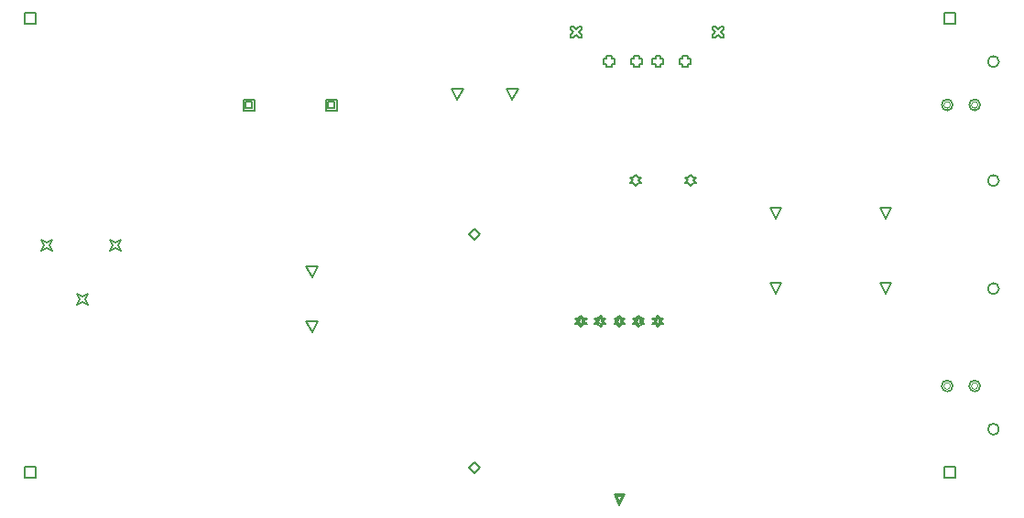
<source format=gbr>
%FSLAX42Y42*%
%MOMM*%
G71*
G01*
G75*
G04 Layer_Color=2752767*
%ADD10C,3.00*%
%ADD11C,2.54*%
%ADD12C,1.85*%
%ADD13C,2.00*%
%ADD14C,4.60*%
%ADD15C,2.50*%
%ADD16R,2.50X2.50*%
%ADD17C,3.80*%
%ADD18R,3.00X3.00*%
%ADD19C,1.85*%
%ADD20C,1.75*%
%ADD21R,1.75X1.75*%
%ADD22C,5.00*%
G04:AMPARAMS|DCode=23|XSize=1.3mm|YSize=3mm|CornerRadius=0mm|HoleSize=0mm|Usage=FLASHONLY|Rotation=180.000|XOffset=0mm|YOffset=0mm|HoleType=Round|Shape=Octagon|*
%AMOCTAGOND23*
4,1,8,0.33,-1.50,-0.33,-1.50,-0.65,-1.18,-0.65,1.18,-0.33,1.50,0.33,1.50,0.65,1.18,0.65,-1.18,0.33,-1.50,0.0*
%
%ADD23OCTAGOND23*%

%ADD24C,0.75*%
%ADD25C,0.25*%
%ADD26C,0.15*%
%ADD27C,0.13*%
%ADD28C,0.17*%
%ADD29C,0.10*%
D27*
X8849Y749D02*
Y851D01*
X8951D01*
Y749D01*
X8849D01*
Y4949D02*
Y5051D01*
X8951D01*
Y4949D01*
X8849D01*
X349D02*
Y5051D01*
X451D01*
Y4949D01*
X349D01*
Y749D02*
Y851D01*
X451D01*
Y749D01*
X349D01*
X8308Y3149D02*
X8257Y3251D01*
X8359D01*
X8308Y3149D01*
X7292D02*
X7241Y3251D01*
X7343D01*
X7292Y3149D01*
X5992Y3449D02*
X6017Y3475D01*
X6043D01*
X6017Y3500D01*
X6043Y3525D01*
X6017D01*
X5992Y3551D01*
X5967Y3525D01*
X5941D01*
X5967Y3500D01*
X5941Y3475D01*
X5967D01*
X5992Y3449D01*
X6500D02*
X6525Y3475D01*
X6551D01*
X6525Y3500D01*
X6551Y3525D01*
X6525D01*
X6500Y3551D01*
X6475Y3525D01*
X6449D01*
X6475Y3500D01*
X6449Y3475D01*
X6475D01*
X6500Y3449D01*
X499Y2849D02*
X525Y2900D01*
X499Y2951D01*
X550Y2925D01*
X601Y2951D01*
X575Y2900D01*
X601Y2849D01*
X550Y2875D01*
X499Y2849D01*
X1129Y2849D02*
X1155Y2900D01*
X1129Y2951D01*
X1180Y2925D01*
X1231Y2951D01*
X1205Y2900D01*
X1231Y2849D01*
X1180Y2875D01*
X1129Y2849D01*
X829Y2349D02*
X855Y2400D01*
X829Y2451D01*
X880Y2425D01*
X931Y2451D01*
X905Y2400D01*
X931Y2349D01*
X880Y2375D01*
X829Y2349D01*
X7292Y2449D02*
X7241Y2551D01*
X7343D01*
X7292Y2449D01*
X8308D02*
X8257Y2551D01*
X8359D01*
X8308Y2449D01*
X4854Y4249D02*
X4803Y4351D01*
X4905D01*
X4854Y4249D01*
X4346D02*
X4295Y4351D01*
X4397D01*
X4346Y4249D01*
X5975Y4576D02*
Y4550D01*
X6025D01*
Y4576D01*
X6051D01*
Y4626D01*
X6025D01*
Y4652D01*
X5975D01*
Y4626D01*
X5949D01*
Y4576D01*
X5975D01*
X5725Y4576D02*
Y4550D01*
X5775D01*
Y4576D01*
X5801D01*
Y4626D01*
X5775D01*
Y4652D01*
X5725D01*
Y4626D01*
X5699D01*
Y4576D01*
X5725D01*
X6175Y4576D02*
Y4550D01*
X6225D01*
Y4576D01*
X6251D01*
Y4626D01*
X6225D01*
Y4652D01*
X6175D01*
Y4626D01*
X6149D01*
Y4576D01*
X6175D01*
X6425D02*
Y4550D01*
X6475D01*
Y4576D01*
X6501D01*
Y4626D01*
X6475D01*
Y4652D01*
X6425D01*
Y4626D01*
X6399D01*
Y4576D01*
X6425D01*
X6706Y4821D02*
X6732D01*
X6757Y4847D01*
X6782Y4821D01*
X6808D01*
Y4847D01*
X6782Y4872D01*
X6808Y4897D01*
Y4923D01*
X6782D01*
X6757Y4897D01*
X6732Y4923D01*
X6706D01*
Y4897D01*
X6732Y4872D01*
X6706Y4847D01*
Y4821D01*
X5392D02*
X5418D01*
X5443Y4847D01*
X5468Y4821D01*
X5494D01*
Y4847D01*
X5468Y4872D01*
X5494Y4897D01*
Y4923D01*
X5468D01*
X5443Y4897D01*
X5418Y4923D01*
X5392D01*
Y4897D01*
X5418Y4872D01*
X5392Y4847D01*
Y4821D01*
X3000Y2095D02*
X2949Y2197D01*
X3051D01*
X3000Y2095D01*
Y2603D02*
X2949Y2705D01*
X3051D01*
X3000Y2603D01*
X4449Y841D02*
X4500Y892D01*
X4551Y841D01*
X4500Y790D01*
X4449Y841D01*
Y3000D02*
X4500Y3051D01*
X4551Y3000D01*
X4500Y2949D01*
X4449Y3000D01*
X3130Y4149D02*
Y4251D01*
X3232D01*
Y4149D01*
X3130D01*
X3151Y4170D02*
Y4230D01*
X3211D01*
Y4170D01*
X3151D01*
X2368Y4149D02*
Y4251D01*
X2470D01*
Y4149D01*
X2368D01*
X2389Y4170D02*
Y4230D01*
X2449D01*
Y4170D01*
X2389D01*
X5844Y499D02*
X5794Y601D01*
X5895D01*
X5844Y499D01*
Y520D02*
X5814Y580D01*
X5875D01*
X5844Y520D01*
X5489Y2149D02*
X5514Y2175D01*
X5540D01*
X5514Y2200D01*
X5540Y2225D01*
X5514D01*
X5489Y2251D01*
X5463Y2225D01*
X5438D01*
X5463Y2200D01*
X5438Y2175D01*
X5463D01*
X5489Y2149D01*
Y2170D02*
X5504Y2185D01*
X5519D01*
X5504Y2200D01*
X5519Y2215D01*
X5504D01*
X5489Y2230D01*
X5474Y2215D01*
X5458D01*
X5474Y2200D01*
X5458Y2185D01*
X5474D01*
X5489Y2170D01*
X5667Y2149D02*
X5692Y2175D01*
X5717D01*
X5692Y2200D01*
X5717Y2225D01*
X5692D01*
X5667Y2251D01*
X5641Y2225D01*
X5616D01*
X5641Y2200D01*
X5616Y2175D01*
X5641D01*
X5667Y2149D01*
Y2170D02*
X5682Y2185D01*
X5697D01*
X5682Y2200D01*
X5697Y2215D01*
X5682D01*
X5667Y2230D01*
X5651Y2215D01*
X5636D01*
X5651Y2200D01*
X5636Y2185D01*
X5651D01*
X5667Y2170D01*
X5844Y2149D02*
X5870Y2175D01*
X5895D01*
X5870Y2200D01*
X5895Y2225D01*
X5870D01*
X5844Y2251D01*
X5819Y2225D01*
X5794D01*
X5819Y2200D01*
X5794Y2175D01*
X5819D01*
X5844Y2149D01*
Y2170D02*
X5860Y2185D01*
X5875D01*
X5860Y2200D01*
X5875Y2215D01*
X5860D01*
X5844Y2230D01*
X5829Y2215D01*
X5814D01*
X5829Y2200D01*
X5814Y2185D01*
X5829D01*
X5844Y2170D01*
X6022Y2149D02*
X6048Y2175D01*
X6073D01*
X6048Y2200D01*
X6073Y2225D01*
X6048D01*
X6022Y2251D01*
X5997Y2225D01*
X5971D01*
X5997Y2200D01*
X5971Y2175D01*
X5997D01*
X6022Y2149D01*
Y2170D02*
X6037Y2185D01*
X6053D01*
X6037Y2200D01*
X6053Y2215D01*
X6037D01*
X6022Y2230D01*
X6007Y2215D01*
X5992D01*
X6007Y2200D01*
X5992Y2185D01*
X6007D01*
X6022Y2170D01*
X6200Y2149D02*
X6225Y2175D01*
X6251D01*
X6225Y2200D01*
X6251Y2225D01*
X6225D01*
X6200Y2251D01*
X6175Y2225D01*
X6149D01*
X6175Y2200D01*
X6149Y2175D01*
X6175D01*
X6200Y2149D01*
Y2170D02*
X6215Y2185D01*
X6230D01*
X6215Y2200D01*
X6230Y2215D01*
X6215D01*
X6200Y2230D01*
X6185Y2215D01*
X6170D01*
X6185Y2200D01*
X6170Y2185D01*
X6185D01*
X6200Y2170D01*
D28*
X9351Y1200D02*
G03*
X9351Y1200I-51J0D01*
G01*
Y4600D02*
G03*
X9351Y4600I-51J0D01*
G01*
X8924Y1600D02*
G03*
X8924Y1600I-51J0D01*
G01*
X9178D02*
G03*
X9178Y1600I-51J0D01*
G01*
X9351Y3500D02*
G03*
X9351Y3500I-51J0D01*
G01*
Y2500D02*
G03*
X9351Y2500I-51J0D01*
G01*
X8924Y4200D02*
G03*
X8924Y4200I-51J0D01*
G01*
X9178D02*
G03*
X9178Y4200I-51J0D01*
G01*
D29*
X8903Y1600D02*
G03*
X8903Y1600I-30J0D01*
G01*
X9157D02*
G03*
X9157Y1600I-30J0D01*
G01*
X8903Y4200D02*
G03*
X8903Y4200I-30J0D01*
G01*
X9157D02*
G03*
X9157Y4200I-30J0D01*
G01*
M02*

</source>
